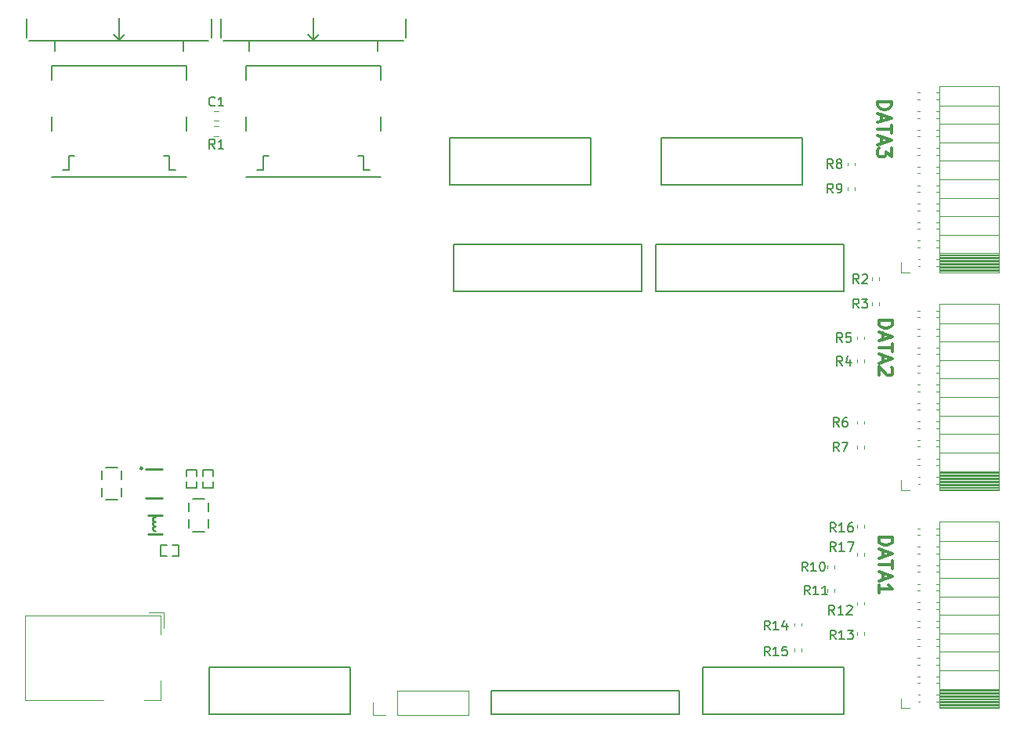
<source format=gbr>
%TF.GenerationSoftware,KiCad,Pcbnew,(6.0.6)*%
%TF.CreationDate,2022-08-23T23:43:20+09:00*%
%TF.ProjectId,ebaz_sdr,6562617a-5f73-4647-922e-6b696361645f,rev?*%
%TF.SameCoordinates,Original*%
%TF.FileFunction,Legend,Top*%
%TF.FilePolarity,Positive*%
%FSLAX46Y46*%
G04 Gerber Fmt 4.6, Leading zero omitted, Abs format (unit mm)*
G04 Created by KiCad (PCBNEW (6.0.6)) date 2022-08-23 23:43:20*
%MOMM*%
%LPD*%
G01*
G04 APERTURE LIST*
%ADD10C,0.300000*%
%ADD11C,0.150000*%
%ADD12C,0.200000*%
%ADD13C,0.254000*%
%ADD14C,0.120000*%
G04 APERTURE END LIST*
D10*
X191726428Y-96730714D02*
X193226428Y-96730714D01*
X193226428Y-97087857D01*
X193155000Y-97302142D01*
X193012142Y-97445000D01*
X192869285Y-97516428D01*
X192583571Y-97587857D01*
X192369285Y-97587857D01*
X192083571Y-97516428D01*
X191940714Y-97445000D01*
X191797857Y-97302142D01*
X191726428Y-97087857D01*
X191726428Y-96730714D01*
X192155000Y-98159285D02*
X192155000Y-98873571D01*
X191726428Y-98016428D02*
X193226428Y-98516428D01*
X191726428Y-99016428D01*
X193226428Y-99302142D02*
X193226428Y-100159285D01*
X191726428Y-99730714D02*
X193226428Y-99730714D01*
X192155000Y-100587857D02*
X192155000Y-101302142D01*
X191726428Y-100445000D02*
X193226428Y-100945000D01*
X191726428Y-101445000D01*
X193083571Y-101873571D02*
X193155000Y-101945000D01*
X193226428Y-102087857D01*
X193226428Y-102445000D01*
X193155000Y-102587857D01*
X193083571Y-102659285D01*
X192940714Y-102730714D01*
X192797857Y-102730714D01*
X192583571Y-102659285D01*
X191726428Y-101802142D01*
X191726428Y-102730714D01*
X191599428Y-73108714D02*
X193099428Y-73108714D01*
X193099428Y-73465857D01*
X193028000Y-73680142D01*
X192885142Y-73823000D01*
X192742285Y-73894428D01*
X192456571Y-73965857D01*
X192242285Y-73965857D01*
X191956571Y-73894428D01*
X191813714Y-73823000D01*
X191670857Y-73680142D01*
X191599428Y-73465857D01*
X191599428Y-73108714D01*
X192028000Y-74537285D02*
X192028000Y-75251571D01*
X191599428Y-74394428D02*
X193099428Y-74894428D01*
X191599428Y-75394428D01*
X193099428Y-75680142D02*
X193099428Y-76537285D01*
X191599428Y-76108714D02*
X193099428Y-76108714D01*
X192028000Y-76965857D02*
X192028000Y-77680142D01*
X191599428Y-76823000D02*
X193099428Y-77323000D01*
X191599428Y-77823000D01*
X193099428Y-78180142D02*
X193099428Y-79108714D01*
X192528000Y-78608714D01*
X192528000Y-78823000D01*
X192456571Y-78965857D01*
X192385142Y-79037285D01*
X192242285Y-79108714D01*
X191885142Y-79108714D01*
X191742285Y-79037285D01*
X191670857Y-78965857D01*
X191599428Y-78823000D01*
X191599428Y-78394428D01*
X191670857Y-78251571D01*
X191742285Y-78180142D01*
X191726428Y-120225714D02*
X193226428Y-120225714D01*
X193226428Y-120582857D01*
X193155000Y-120797142D01*
X193012142Y-120940000D01*
X192869285Y-121011428D01*
X192583571Y-121082857D01*
X192369285Y-121082857D01*
X192083571Y-121011428D01*
X191940714Y-120940000D01*
X191797857Y-120797142D01*
X191726428Y-120582857D01*
X191726428Y-120225714D01*
X192155000Y-121654285D02*
X192155000Y-122368571D01*
X191726428Y-121511428D02*
X193226428Y-122011428D01*
X191726428Y-122511428D01*
X193226428Y-122797142D02*
X193226428Y-123654285D01*
X191726428Y-123225714D02*
X193226428Y-123225714D01*
X192155000Y-124082857D02*
X192155000Y-124797142D01*
X191726428Y-123940000D02*
X193226428Y-124440000D01*
X191726428Y-124940000D01*
X191726428Y-126225714D02*
X191726428Y-125368571D01*
X191726428Y-125797142D02*
X193226428Y-125797142D01*
X193012142Y-125654285D01*
X192869285Y-125511428D01*
X192797857Y-125368571D01*
D11*
%TO.C,R17*%
X187063142Y-121737380D02*
X186729809Y-121261190D01*
X186491714Y-121737380D02*
X186491714Y-120737380D01*
X186872666Y-120737380D01*
X186967904Y-120785000D01*
X187015523Y-120832619D01*
X187063142Y-120927857D01*
X187063142Y-121070714D01*
X187015523Y-121165952D01*
X186967904Y-121213571D01*
X186872666Y-121261190D01*
X186491714Y-121261190D01*
X188015523Y-121737380D02*
X187444095Y-121737380D01*
X187729809Y-121737380D02*
X187729809Y-120737380D01*
X187634571Y-120880238D01*
X187539333Y-120975476D01*
X187444095Y-121023095D01*
X188348857Y-120737380D02*
X189015523Y-120737380D01*
X188586952Y-121737380D01*
%TO.C,R12*%
X186936142Y-128595380D02*
X186602809Y-128119190D01*
X186364714Y-128595380D02*
X186364714Y-127595380D01*
X186745666Y-127595380D01*
X186840904Y-127643000D01*
X186888523Y-127690619D01*
X186936142Y-127785857D01*
X186936142Y-127928714D01*
X186888523Y-128023952D01*
X186840904Y-128071571D01*
X186745666Y-128119190D01*
X186364714Y-128119190D01*
X187888523Y-128595380D02*
X187317095Y-128595380D01*
X187602809Y-128595380D02*
X187602809Y-127595380D01*
X187507571Y-127738238D01*
X187412333Y-127833476D01*
X187317095Y-127881095D01*
X188269476Y-127690619D02*
X188317095Y-127643000D01*
X188412333Y-127595380D01*
X188650428Y-127595380D01*
X188745666Y-127643000D01*
X188793285Y-127690619D01*
X188840904Y-127785857D01*
X188840904Y-127881095D01*
X188793285Y-128023952D01*
X188221857Y-128595380D01*
X188840904Y-128595380D01*
%TO.C,R3*%
X189571333Y-95448380D02*
X189238000Y-94972190D01*
X188999904Y-95448380D02*
X188999904Y-94448380D01*
X189380857Y-94448380D01*
X189476095Y-94496000D01*
X189523714Y-94543619D01*
X189571333Y-94638857D01*
X189571333Y-94781714D01*
X189523714Y-94876952D01*
X189476095Y-94924571D01*
X189380857Y-94972190D01*
X188999904Y-94972190D01*
X189904666Y-94448380D02*
X190523714Y-94448380D01*
X190190380Y-94829333D01*
X190333238Y-94829333D01*
X190428476Y-94876952D01*
X190476095Y-94924571D01*
X190523714Y-95019809D01*
X190523714Y-95257904D01*
X190476095Y-95353142D01*
X190428476Y-95400761D01*
X190333238Y-95448380D01*
X190047523Y-95448380D01*
X189952285Y-95400761D01*
X189904666Y-95353142D01*
%TO.C,R15*%
X179951142Y-133040380D02*
X179617809Y-132564190D01*
X179379714Y-133040380D02*
X179379714Y-132040380D01*
X179760666Y-132040380D01*
X179855904Y-132088000D01*
X179903523Y-132135619D01*
X179951142Y-132230857D01*
X179951142Y-132373714D01*
X179903523Y-132468952D01*
X179855904Y-132516571D01*
X179760666Y-132564190D01*
X179379714Y-132564190D01*
X180903523Y-133040380D02*
X180332095Y-133040380D01*
X180617809Y-133040380D02*
X180617809Y-132040380D01*
X180522571Y-132183238D01*
X180427333Y-132278476D01*
X180332095Y-132326095D01*
X181808285Y-132040380D02*
X181332095Y-132040380D01*
X181284476Y-132516571D01*
X181332095Y-132468952D01*
X181427333Y-132421333D01*
X181665428Y-132421333D01*
X181760666Y-132468952D01*
X181808285Y-132516571D01*
X181855904Y-132611809D01*
X181855904Y-132849904D01*
X181808285Y-132945142D01*
X181760666Y-132992761D01*
X181665428Y-133040380D01*
X181427333Y-133040380D01*
X181332095Y-132992761D01*
X181284476Y-132945142D01*
%TO.C,R14*%
X179951142Y-130246380D02*
X179617809Y-129770190D01*
X179379714Y-130246380D02*
X179379714Y-129246380D01*
X179760666Y-129246380D01*
X179855904Y-129294000D01*
X179903523Y-129341619D01*
X179951142Y-129436857D01*
X179951142Y-129579714D01*
X179903523Y-129674952D01*
X179855904Y-129722571D01*
X179760666Y-129770190D01*
X179379714Y-129770190D01*
X180903523Y-130246380D02*
X180332095Y-130246380D01*
X180617809Y-130246380D02*
X180617809Y-129246380D01*
X180522571Y-129389238D01*
X180427333Y-129484476D01*
X180332095Y-129532095D01*
X181760666Y-129579714D02*
X181760666Y-130246380D01*
X181522571Y-129198761D02*
X181284476Y-129913047D01*
X181903523Y-129913047D01*
%TO.C,R5*%
X187793333Y-99131380D02*
X187460000Y-98655190D01*
X187221904Y-99131380D02*
X187221904Y-98131380D01*
X187602857Y-98131380D01*
X187698095Y-98179000D01*
X187745714Y-98226619D01*
X187793333Y-98321857D01*
X187793333Y-98464714D01*
X187745714Y-98559952D01*
X187698095Y-98607571D01*
X187602857Y-98655190D01*
X187221904Y-98655190D01*
X188698095Y-98131380D02*
X188221904Y-98131380D01*
X188174285Y-98607571D01*
X188221904Y-98559952D01*
X188317142Y-98512333D01*
X188555238Y-98512333D01*
X188650476Y-98559952D01*
X188698095Y-98607571D01*
X188745714Y-98702809D01*
X188745714Y-98940904D01*
X188698095Y-99036142D01*
X188650476Y-99083761D01*
X188555238Y-99131380D01*
X188317142Y-99131380D01*
X188221904Y-99083761D01*
X188174285Y-99036142D01*
%TO.C,R1*%
X119975333Y-78209380D02*
X119642000Y-77733190D01*
X119403904Y-78209380D02*
X119403904Y-77209380D01*
X119784857Y-77209380D01*
X119880095Y-77257000D01*
X119927714Y-77304619D01*
X119975333Y-77399857D01*
X119975333Y-77542714D01*
X119927714Y-77637952D01*
X119880095Y-77685571D01*
X119784857Y-77733190D01*
X119403904Y-77733190D01*
X120927714Y-78209380D02*
X120356285Y-78209380D01*
X120642000Y-78209380D02*
X120642000Y-77209380D01*
X120546761Y-77352238D01*
X120451523Y-77447476D01*
X120356285Y-77495095D01*
%TO.C,R11*%
X184269142Y-126436380D02*
X183935809Y-125960190D01*
X183697714Y-126436380D02*
X183697714Y-125436380D01*
X184078666Y-125436380D01*
X184173904Y-125484000D01*
X184221523Y-125531619D01*
X184269142Y-125626857D01*
X184269142Y-125769714D01*
X184221523Y-125864952D01*
X184173904Y-125912571D01*
X184078666Y-125960190D01*
X183697714Y-125960190D01*
X185221523Y-126436380D02*
X184650095Y-126436380D01*
X184935809Y-126436380D02*
X184935809Y-125436380D01*
X184840571Y-125579238D01*
X184745333Y-125674476D01*
X184650095Y-125722095D01*
X186173904Y-126436380D02*
X185602476Y-126436380D01*
X185888190Y-126436380D02*
X185888190Y-125436380D01*
X185792952Y-125579238D01*
X185697714Y-125674476D01*
X185602476Y-125722095D01*
%TO.C,R4*%
X187793333Y-101671380D02*
X187460000Y-101195190D01*
X187221904Y-101671380D02*
X187221904Y-100671380D01*
X187602857Y-100671380D01*
X187698095Y-100719000D01*
X187745714Y-100766619D01*
X187793333Y-100861857D01*
X187793333Y-101004714D01*
X187745714Y-101099952D01*
X187698095Y-101147571D01*
X187602857Y-101195190D01*
X187221904Y-101195190D01*
X188650476Y-101004714D02*
X188650476Y-101671380D01*
X188412380Y-100623761D02*
X188174285Y-101338047D01*
X188793333Y-101338047D01*
%TO.C,R6*%
X187412333Y-108275380D02*
X187079000Y-107799190D01*
X186840904Y-108275380D02*
X186840904Y-107275380D01*
X187221857Y-107275380D01*
X187317095Y-107323000D01*
X187364714Y-107370619D01*
X187412333Y-107465857D01*
X187412333Y-107608714D01*
X187364714Y-107703952D01*
X187317095Y-107751571D01*
X187221857Y-107799190D01*
X186840904Y-107799190D01*
X188269476Y-107275380D02*
X188079000Y-107275380D01*
X187983761Y-107323000D01*
X187936142Y-107370619D01*
X187840904Y-107513476D01*
X187793285Y-107703952D01*
X187793285Y-108084904D01*
X187840904Y-108180142D01*
X187888523Y-108227761D01*
X187983761Y-108275380D01*
X188174238Y-108275380D01*
X188269476Y-108227761D01*
X188317095Y-108180142D01*
X188364714Y-108084904D01*
X188364714Y-107846809D01*
X188317095Y-107751571D01*
X188269476Y-107703952D01*
X188174238Y-107656333D01*
X187983761Y-107656333D01*
X187888523Y-107703952D01*
X187840904Y-107751571D01*
X187793285Y-107846809D01*
%TO.C,R10*%
X184015142Y-123896380D02*
X183681809Y-123420190D01*
X183443714Y-123896380D02*
X183443714Y-122896380D01*
X183824666Y-122896380D01*
X183919904Y-122944000D01*
X183967523Y-122991619D01*
X184015142Y-123086857D01*
X184015142Y-123229714D01*
X183967523Y-123324952D01*
X183919904Y-123372571D01*
X183824666Y-123420190D01*
X183443714Y-123420190D01*
X184967523Y-123896380D02*
X184396095Y-123896380D01*
X184681809Y-123896380D02*
X184681809Y-122896380D01*
X184586571Y-123039238D01*
X184491333Y-123134476D01*
X184396095Y-123182095D01*
X185586571Y-122896380D02*
X185681809Y-122896380D01*
X185777047Y-122944000D01*
X185824666Y-122991619D01*
X185872285Y-123086857D01*
X185919904Y-123277333D01*
X185919904Y-123515428D01*
X185872285Y-123705904D01*
X185824666Y-123801142D01*
X185777047Y-123848761D01*
X185681809Y-123896380D01*
X185586571Y-123896380D01*
X185491333Y-123848761D01*
X185443714Y-123801142D01*
X185396095Y-123705904D01*
X185348476Y-123515428D01*
X185348476Y-123277333D01*
X185396095Y-123086857D01*
X185443714Y-122991619D01*
X185491333Y-122944000D01*
X185586571Y-122896380D01*
%TO.C,R9*%
X186777333Y-83002380D02*
X186444000Y-82526190D01*
X186205904Y-83002380D02*
X186205904Y-82002380D01*
X186586857Y-82002380D01*
X186682095Y-82050000D01*
X186729714Y-82097619D01*
X186777333Y-82192857D01*
X186777333Y-82335714D01*
X186729714Y-82430952D01*
X186682095Y-82478571D01*
X186586857Y-82526190D01*
X186205904Y-82526190D01*
X187253523Y-83002380D02*
X187444000Y-83002380D01*
X187539238Y-82954761D01*
X187586857Y-82907142D01*
X187682095Y-82764285D01*
X187729714Y-82573809D01*
X187729714Y-82192857D01*
X187682095Y-82097619D01*
X187634476Y-82050000D01*
X187539238Y-82002380D01*
X187348761Y-82002380D01*
X187253523Y-82050000D01*
X187205904Y-82097619D01*
X187158285Y-82192857D01*
X187158285Y-82430952D01*
X187205904Y-82526190D01*
X187253523Y-82573809D01*
X187348761Y-82621428D01*
X187539238Y-82621428D01*
X187634476Y-82573809D01*
X187682095Y-82526190D01*
X187729714Y-82430952D01*
%TO.C,R7*%
X187412333Y-110942380D02*
X187079000Y-110466190D01*
X186840904Y-110942380D02*
X186840904Y-109942380D01*
X187221857Y-109942380D01*
X187317095Y-109990000D01*
X187364714Y-110037619D01*
X187412333Y-110132857D01*
X187412333Y-110275714D01*
X187364714Y-110370952D01*
X187317095Y-110418571D01*
X187221857Y-110466190D01*
X186840904Y-110466190D01*
X187745666Y-109942380D02*
X188412333Y-109942380D01*
X187983761Y-110942380D01*
%TO.C,R16*%
X187063142Y-119656501D02*
X186729809Y-119180311D01*
X186491714Y-119656501D02*
X186491714Y-118656501D01*
X186872666Y-118656501D01*
X186967904Y-118704121D01*
X187015523Y-118751740D01*
X187063142Y-118846978D01*
X187063142Y-118989835D01*
X187015523Y-119085073D01*
X186967904Y-119132692D01*
X186872666Y-119180311D01*
X186491714Y-119180311D01*
X188015523Y-119656501D02*
X187444095Y-119656501D01*
X187729809Y-119656501D02*
X187729809Y-118656501D01*
X187634571Y-118799359D01*
X187539333Y-118894597D01*
X187444095Y-118942216D01*
X188872666Y-118656501D02*
X188682190Y-118656501D01*
X188586952Y-118704121D01*
X188539333Y-118751740D01*
X188444095Y-118894597D01*
X188396476Y-119085073D01*
X188396476Y-119466025D01*
X188444095Y-119561263D01*
X188491714Y-119608882D01*
X188586952Y-119656501D01*
X188777428Y-119656501D01*
X188872666Y-119608882D01*
X188920285Y-119561263D01*
X188967904Y-119466025D01*
X188967904Y-119227930D01*
X188920285Y-119132692D01*
X188872666Y-119085073D01*
X188777428Y-119037454D01*
X188586952Y-119037454D01*
X188491714Y-119085073D01*
X188444095Y-119132692D01*
X188396476Y-119227930D01*
%TO.C,R8*%
X186777333Y-80335380D02*
X186444000Y-79859190D01*
X186205904Y-80335380D02*
X186205904Y-79335380D01*
X186586857Y-79335380D01*
X186682095Y-79383000D01*
X186729714Y-79430619D01*
X186777333Y-79525857D01*
X186777333Y-79668714D01*
X186729714Y-79763952D01*
X186682095Y-79811571D01*
X186586857Y-79859190D01*
X186205904Y-79859190D01*
X187348761Y-79763952D02*
X187253523Y-79716333D01*
X187205904Y-79668714D01*
X187158285Y-79573476D01*
X187158285Y-79525857D01*
X187205904Y-79430619D01*
X187253523Y-79383000D01*
X187348761Y-79335380D01*
X187539238Y-79335380D01*
X187634476Y-79383000D01*
X187682095Y-79430619D01*
X187729714Y-79525857D01*
X187729714Y-79573476D01*
X187682095Y-79668714D01*
X187634476Y-79716333D01*
X187539238Y-79763952D01*
X187348761Y-79763952D01*
X187253523Y-79811571D01*
X187205904Y-79859190D01*
X187158285Y-79954428D01*
X187158285Y-80144904D01*
X187205904Y-80240142D01*
X187253523Y-80287761D01*
X187348761Y-80335380D01*
X187539238Y-80335380D01*
X187634476Y-80287761D01*
X187682095Y-80240142D01*
X187729714Y-80144904D01*
X187729714Y-79954428D01*
X187682095Y-79859190D01*
X187634476Y-79811571D01*
X187539238Y-79763952D01*
%TO.C,R13*%
X187063142Y-131262380D02*
X186729809Y-130786190D01*
X186491714Y-131262380D02*
X186491714Y-130262380D01*
X186872666Y-130262380D01*
X186967904Y-130310000D01*
X187015523Y-130357619D01*
X187063142Y-130452857D01*
X187063142Y-130595714D01*
X187015523Y-130690952D01*
X186967904Y-130738571D01*
X186872666Y-130786190D01*
X186491714Y-130786190D01*
X188015523Y-131262380D02*
X187444095Y-131262380D01*
X187729809Y-131262380D02*
X187729809Y-130262380D01*
X187634571Y-130405238D01*
X187539333Y-130500476D01*
X187444095Y-130548095D01*
X188348857Y-130262380D02*
X188967904Y-130262380D01*
X188634571Y-130643333D01*
X188777428Y-130643333D01*
X188872666Y-130690952D01*
X188920285Y-130738571D01*
X188967904Y-130833809D01*
X188967904Y-131071904D01*
X188920285Y-131167142D01*
X188872666Y-131214761D01*
X188777428Y-131262380D01*
X188491714Y-131262380D01*
X188396476Y-131214761D01*
X188348857Y-131167142D01*
%TO.C,R2*%
X189571333Y-92781380D02*
X189238000Y-92305190D01*
X188999904Y-92781380D02*
X188999904Y-91781380D01*
X189380857Y-91781380D01*
X189476095Y-91829000D01*
X189523714Y-91876619D01*
X189571333Y-91971857D01*
X189571333Y-92114714D01*
X189523714Y-92209952D01*
X189476095Y-92257571D01*
X189380857Y-92305190D01*
X188999904Y-92305190D01*
X189952285Y-91876619D02*
X189999904Y-91829000D01*
X190095142Y-91781380D01*
X190333238Y-91781380D01*
X190428476Y-91829000D01*
X190476095Y-91876619D01*
X190523714Y-91971857D01*
X190523714Y-92067095D01*
X190476095Y-92209952D01*
X189904666Y-92781380D01*
X190523714Y-92781380D01*
%TO.C,C1*%
X119975333Y-73509142D02*
X119927714Y-73556761D01*
X119784857Y-73604380D01*
X119689619Y-73604380D01*
X119546761Y-73556761D01*
X119451523Y-73461523D01*
X119403904Y-73366285D01*
X119356285Y-73175809D01*
X119356285Y-73032952D01*
X119403904Y-72842476D01*
X119451523Y-72747238D01*
X119546761Y-72652000D01*
X119689619Y-72604380D01*
X119784857Y-72604380D01*
X119927714Y-72652000D01*
X119975333Y-72699619D01*
X120927714Y-73604380D02*
X120356285Y-73604380D01*
X120642000Y-73604380D02*
X120642000Y-72604380D01*
X120546761Y-72747238D01*
X120451523Y-72842476D01*
X120356285Y-72890095D01*
D12*
%TO.C,RP3*%
X114087500Y-121089994D02*
X114087500Y-122239999D01*
X116037500Y-121089994D02*
X115362500Y-121089994D01*
X116037500Y-121089994D02*
X116037500Y-122239999D01*
X114762500Y-122239999D02*
X114087500Y-122239999D01*
X114762500Y-121089994D02*
X114087500Y-121089994D01*
X116037500Y-122239999D02*
X115362500Y-122239999D01*
D13*
%TO.C,UP1*%
X112516557Y-115975907D02*
X114316578Y-115975907D01*
X112516557Y-112875888D02*
X114316578Y-112875888D01*
X112146580Y-112774999D02*
G75*
G03*
X112146580Y-112774999I-127000J0D01*
G01*
D12*
%TO.C,RP2*%
X119828505Y-112942999D02*
X118678500Y-112942999D01*
X119828505Y-114892999D02*
X119828505Y-114217999D01*
X119828505Y-114892999D02*
X118678500Y-114892999D01*
X118678500Y-113617999D02*
X118678500Y-112942999D01*
X119828505Y-113617999D02*
X119828505Y-112942999D01*
X118678500Y-114892999D02*
X118678500Y-114217999D01*
%TO.C,RP1*%
X116900495Y-114892999D02*
X118050500Y-114892999D01*
X116900495Y-112942999D02*
X116900495Y-113617999D01*
X116900495Y-112942999D02*
X118050500Y-112942999D01*
X118050500Y-114217999D02*
X118050500Y-114892999D01*
X116900495Y-114217999D02*
X116900495Y-114892999D01*
X118050500Y-112942999D02*
X118050500Y-113617999D01*
D13*
%TO.C,LP1*%
X112751100Y-119861599D02*
X114325900Y-119861599D01*
X112751100Y-117880399D02*
X114325900Y-117880399D01*
X113538500Y-118071000D02*
G75*
G03*
X113538500Y-118571000I0J-250000D01*
G01*
X113538500Y-118570999D02*
G75*
G03*
X113538500Y-119070999I0J-250000D01*
G01*
X113538500Y-119070998D02*
G75*
G03*
X113538500Y-119570998I0J-250000D01*
G01*
D12*
%TO.C,CP2*%
X117602500Y-116085000D02*
X118872500Y-116085000D01*
X117602500Y-119625001D02*
X118872500Y-119625001D01*
X119272497Y-117405000D02*
X119272499Y-116484999D01*
X117202496Y-117404997D02*
X117202496Y-116484997D01*
X117202496Y-119225004D02*
X117202496Y-118305003D01*
X119272497Y-118304998D02*
X119272499Y-119224999D01*
%TO.C,CP1*%
X108204500Y-112654999D02*
X109474500Y-112654999D01*
X108204500Y-116195000D02*
X109474500Y-116195000D01*
X109874497Y-113974999D02*
X109874499Y-113054998D01*
X107804496Y-113974996D02*
X107804496Y-113054996D01*
X107804496Y-115795003D02*
X107804496Y-114875002D01*
X109874497Y-114874997D02*
X109874499Y-115794998D01*
D14*
%TO.C,R17*%
X190118000Y-122252121D02*
X190118000Y-121916879D01*
X189358000Y-122252121D02*
X189358000Y-121916879D01*
%TO.C,J9*%
X139703277Y-139444532D02*
X147383277Y-139444532D01*
X137103277Y-139444532D02*
X137103277Y-138114532D01*
X147383277Y-139444532D02*
X147383277Y-136784532D01*
X139703277Y-139444532D02*
X139703277Y-136784532D01*
X139703277Y-136784532D02*
X147383277Y-136784532D01*
X138433277Y-139444532D02*
X137103277Y-139444532D01*
%TO.C,R12*%
X189358000Y-127213379D02*
X189358000Y-127548621D01*
X190118000Y-127213379D02*
X190118000Y-127548621D01*
%TO.C,J7*%
X99457000Y-137858001D02*
X99457000Y-128658001D01*
X114157000Y-135758001D02*
X114157000Y-137858001D01*
X114457000Y-128358001D02*
X112857000Y-128358001D01*
X99457000Y-128658001D02*
X114157000Y-128658001D01*
X114157000Y-128658001D02*
X114157000Y-130758001D01*
X114457000Y-130058001D02*
X114457000Y-128358001D01*
X107957000Y-137858001D02*
X99457000Y-137858001D01*
X114157000Y-137858001D02*
X112357000Y-137858001D01*
D12*
%TO.C,PMODA1*%
X145368747Y-82118200D02*
X145368747Y-77038200D01*
X145368747Y-82118200D02*
X160608747Y-82118200D01*
X160608747Y-82118200D02*
X160608747Y-77038200D01*
X145368747Y-77038200D02*
X160608747Y-77038200D01*
%TO.C,J2J1*%
X166119277Y-93664532D02*
X166119277Y-88584532D01*
X145799277Y-88584532D02*
X166119277Y-88584532D01*
X145799277Y-93664532D02*
X166119277Y-93664532D01*
X145799277Y-93664532D02*
X145799277Y-88584532D01*
D14*
%TO.C,R3*%
X190958500Y-95150621D02*
X190958500Y-94815379D01*
X191718500Y-95150621D02*
X191718500Y-94815379D01*
%TO.C,R15*%
X182627000Y-132591121D02*
X182627000Y-132255879D01*
X183387000Y-132591121D02*
X183387000Y-132255879D01*
D12*
%TO.C,PMODB1*%
X168228747Y-82118200D02*
X168228747Y-77038200D01*
X183468747Y-82118200D02*
X183468747Y-77038200D01*
X168228747Y-77038200D02*
X183468747Y-77038200D01*
X168228747Y-82118200D02*
X183468747Y-82118200D01*
D14*
%TO.C,R14*%
X182627000Y-129499379D02*
X182627000Y-129834621D01*
X183387000Y-129499379D02*
X183387000Y-129834621D01*
%TO.C,J6*%
X198275000Y-123265600D02*
X197927917Y-123265600D01*
X198275000Y-137985600D02*
X197927917Y-137985600D01*
X204745000Y-137082066D02*
X198275000Y-137082066D01*
X196202083Y-123265600D02*
X195927917Y-123265600D01*
X204745000Y-137880892D02*
X198275000Y-137880892D01*
X204745000Y-138451482D02*
X198275000Y-138451482D01*
X198275000Y-127265600D02*
X197927917Y-127265600D01*
X198275000Y-133985600D02*
X197927917Y-133985600D01*
X198275000Y-131985600D02*
X197927917Y-131985600D01*
X196202083Y-121265600D02*
X195927917Y-121265600D01*
X204745000Y-136625600D02*
X198275000Y-136625600D01*
X196202083Y-119265600D02*
X195927917Y-119265600D01*
X196202083Y-119985600D02*
X195927917Y-119985600D01*
X204745000Y-122625600D02*
X198275000Y-122625600D01*
X204745000Y-138109128D02*
X198275000Y-138109128D01*
X196202083Y-127985600D02*
X195927917Y-127985600D01*
X196202083Y-131265600D02*
X195927917Y-131265600D01*
X204745000Y-138685600D02*
X204745000Y-118565600D01*
X204745000Y-137310302D02*
X198275000Y-137310302D01*
X204745000Y-138685600D02*
X198275000Y-138685600D01*
X204745000Y-137538538D02*
X198275000Y-137538538D01*
X196202083Y-129265600D02*
X195927917Y-129265600D01*
X198275000Y-121985600D02*
X197927917Y-121985600D01*
X204745000Y-137995010D02*
X198275000Y-137995010D01*
X198275000Y-121265600D02*
X197927917Y-121265600D01*
X198275000Y-135265600D02*
X197927917Y-135265600D01*
X198275000Y-135985600D02*
X197927917Y-135985600D01*
X204745000Y-136967948D02*
X198275000Y-136967948D01*
X196202083Y-133985600D02*
X195927917Y-133985600D01*
X196202083Y-133265600D02*
X195927917Y-133265600D01*
X204745000Y-118565600D02*
X198275000Y-118565600D01*
X196202083Y-127265600D02*
X195927917Y-127265600D01*
X198275000Y-131265600D02*
X197927917Y-131265600D01*
X196202083Y-135265600D02*
X195927917Y-135265600D01*
X198275000Y-125265600D02*
X197927917Y-125265600D01*
X204745000Y-137424420D02*
X198275000Y-137424420D01*
X198275000Y-125985600D02*
X197927917Y-125985600D01*
X204745000Y-130625600D02*
X198275000Y-130625600D01*
X196202083Y-121985600D02*
X195927917Y-121985600D01*
X196202083Y-125985600D02*
X195927917Y-125985600D01*
X204745000Y-126625600D02*
X198275000Y-126625600D01*
X204745000Y-137196184D02*
X198275000Y-137196184D01*
X196202083Y-125265600D02*
X195927917Y-125265600D01*
X196202083Y-131985600D02*
X195927917Y-131985600D01*
X198275000Y-129985600D02*
X197927917Y-129985600D01*
X198275000Y-119985600D02*
X197927917Y-119985600D01*
X194130000Y-138685600D02*
X194130000Y-137625600D01*
X204745000Y-137652656D02*
X198275000Y-137652656D01*
X196202083Y-137985600D02*
X196000000Y-137985600D01*
X204745000Y-120625600D02*
X198275000Y-120625600D01*
X198275000Y-138685600D02*
X198275000Y-118565600D01*
X198275000Y-127985600D02*
X197927917Y-127985600D01*
X204745000Y-137766774D02*
X198275000Y-137766774D01*
X198275000Y-119265600D02*
X197927917Y-119265600D01*
X196202083Y-123985600D02*
X195927917Y-123985600D01*
X195065000Y-138685600D02*
X194130000Y-138685600D01*
X198275000Y-133265600D02*
X197927917Y-133265600D01*
X204745000Y-132625600D02*
X198275000Y-132625600D01*
X204745000Y-136739712D02*
X198275000Y-136739712D01*
X198275000Y-129265600D02*
X197927917Y-129265600D01*
X196202083Y-135985600D02*
X195927917Y-135985600D01*
X204745000Y-138223246D02*
X198275000Y-138223246D01*
X196202083Y-137265600D02*
X196000000Y-137265600D01*
X204745000Y-128625600D02*
X198275000Y-128625600D01*
X204745000Y-136853830D02*
X198275000Y-136853830D01*
X204745000Y-138565600D02*
X198275000Y-138565600D01*
X204745000Y-134625600D02*
X198275000Y-134625600D01*
X198275000Y-123985600D02*
X197927917Y-123985600D01*
X204745000Y-138337364D02*
X198275000Y-138337364D01*
X204745000Y-124625600D02*
X198275000Y-124625600D01*
X196202083Y-129985600D02*
X195927917Y-129985600D01*
X198275000Y-137265600D02*
X197927917Y-137265600D01*
D12*
%TO.C,J8*%
X119383277Y-134304532D02*
X119383277Y-139384532D01*
X134623277Y-134304532D02*
X134623277Y-139384532D01*
X134623277Y-134304532D02*
X119383277Y-134304532D01*
X134623277Y-139384532D02*
X119383277Y-139384532D01*
D14*
%TO.C,J5*%
X198275000Y-105719800D02*
X197927917Y-105719800D01*
X198275000Y-98439800D02*
X197927917Y-98439800D01*
X196202083Y-109719800D02*
X195927917Y-109719800D01*
X196202083Y-103719800D02*
X195927917Y-103719800D01*
X196202083Y-106439800D02*
X195927917Y-106439800D01*
X196202083Y-101719800D02*
X195927917Y-101719800D01*
X196202083Y-111719800D02*
X195927917Y-111719800D01*
X196202083Y-95719800D02*
X195927917Y-95719800D01*
X204745000Y-103079800D02*
X198275000Y-103079800D01*
X196202083Y-113719800D02*
X196000000Y-113719800D01*
X198275000Y-110439800D02*
X197927917Y-110439800D01*
X204745000Y-114563328D02*
X198275000Y-114563328D01*
X195065000Y-115139800D02*
X194130000Y-115139800D01*
X196202083Y-97719800D02*
X195927917Y-97719800D01*
X196202083Y-108439800D02*
X195927917Y-108439800D01*
X198275000Y-113719800D02*
X197927917Y-113719800D01*
X204745000Y-114106856D02*
X198275000Y-114106856D01*
X196202083Y-112439800D02*
X195927917Y-112439800D01*
X204745000Y-114220974D02*
X198275000Y-114220974D01*
X196202083Y-100439800D02*
X195927917Y-100439800D01*
X198275000Y-107719800D02*
X197927917Y-107719800D01*
X204745000Y-95019800D02*
X198275000Y-95019800D01*
X196202083Y-105719800D02*
X195927917Y-105719800D01*
X196202083Y-104439800D02*
X195927917Y-104439800D01*
X204745000Y-114905682D02*
X198275000Y-114905682D01*
X198275000Y-115139800D02*
X198275000Y-95019800D01*
X204745000Y-114677446D02*
X198275000Y-114677446D01*
X204745000Y-113308030D02*
X198275000Y-113308030D01*
X198275000Y-111719800D02*
X197927917Y-111719800D01*
X204745000Y-109079800D02*
X198275000Y-109079800D01*
X196202083Y-98439800D02*
X195927917Y-98439800D01*
X198275000Y-108439800D02*
X197927917Y-108439800D01*
X194130000Y-115139800D02*
X194130000Y-114079800D01*
X198275000Y-114439800D02*
X197927917Y-114439800D01*
X198275000Y-112439800D02*
X197927917Y-112439800D01*
X196202083Y-110439800D02*
X195927917Y-110439800D01*
X198275000Y-106439800D02*
X197927917Y-106439800D01*
X196202083Y-102439800D02*
X195927917Y-102439800D01*
X204745000Y-99079800D02*
X198275000Y-99079800D01*
X198275000Y-104439800D02*
X197927917Y-104439800D01*
X204745000Y-105079800D02*
X198275000Y-105079800D01*
X198275000Y-96439800D02*
X197927917Y-96439800D01*
X198275000Y-102439800D02*
X197927917Y-102439800D01*
X196202083Y-107719800D02*
X195927917Y-107719800D01*
X204745000Y-114335092D02*
X198275000Y-114335092D01*
X204745000Y-113764502D02*
X198275000Y-113764502D01*
X204745000Y-114449210D02*
X198275000Y-114449210D01*
X198275000Y-101719800D02*
X197927917Y-101719800D01*
X204745000Y-113422148D02*
X198275000Y-113422148D01*
X196202083Y-114439800D02*
X196000000Y-114439800D01*
X204745000Y-113193912D02*
X198275000Y-113193912D01*
X204745000Y-113992738D02*
X198275000Y-113992738D01*
X204745000Y-115139800D02*
X204745000Y-95019800D01*
X204745000Y-97079800D02*
X198275000Y-97079800D01*
X198275000Y-109719800D02*
X197927917Y-109719800D01*
X204745000Y-113079800D02*
X198275000Y-113079800D01*
X204745000Y-111079800D02*
X198275000Y-111079800D01*
X204745000Y-115019800D02*
X198275000Y-115019800D01*
X196202083Y-99719800D02*
X195927917Y-99719800D01*
X198275000Y-103719800D02*
X197927917Y-103719800D01*
X198275000Y-97719800D02*
X197927917Y-97719800D01*
X204745000Y-113650384D02*
X198275000Y-113650384D01*
X204745000Y-113536266D02*
X198275000Y-113536266D01*
X204745000Y-115139800D02*
X198275000Y-115139800D01*
X198275000Y-95719800D02*
X197927917Y-95719800D01*
X204745000Y-113878620D02*
X198275000Y-113878620D01*
X196202083Y-96439800D02*
X195927917Y-96439800D01*
X198275000Y-100439800D02*
X197927917Y-100439800D01*
X204745000Y-114791564D02*
X198275000Y-114791564D01*
X204745000Y-107079800D02*
X198275000Y-107079800D01*
X204745000Y-101079800D02*
X198275000Y-101079800D01*
X198275000Y-99719800D02*
X197927917Y-99719800D01*
D12*
%TO.C,J1*%
X187963277Y-93664532D02*
X187963277Y-88584532D01*
X167643277Y-93664532D02*
X187963277Y-93664532D01*
X167643277Y-93664532D02*
X167643277Y-88584532D01*
X167643277Y-88584532D02*
X187963277Y-88584532D01*
D14*
%TO.C,R5*%
X190118000Y-98511379D02*
X190118000Y-98846621D01*
X189358000Y-98511379D02*
X189358000Y-98846621D01*
%TO.C,R1*%
X120396724Y-76849500D02*
X119887276Y-76849500D01*
X120396724Y-75804500D02*
X119887276Y-75804500D01*
%TO.C,R11*%
X186943000Y-126114121D02*
X186943000Y-125778879D01*
X186183000Y-126114121D02*
X186183000Y-125778879D01*
%TO.C,R4*%
X190118000Y-101334621D02*
X190118000Y-100999379D01*
X189358000Y-101334621D02*
X189358000Y-100999379D01*
D12*
%TO.C,HDMI2*%
X109624354Y-66467401D02*
X109624354Y-64117405D01*
X116574352Y-67667401D02*
X116574352Y-66517401D01*
X115024343Y-80527401D02*
X115024343Y-79027401D01*
X119624354Y-66167401D02*
X119624354Y-64167403D01*
X102374353Y-76267399D02*
X102374353Y-74767402D01*
X109624354Y-66467401D02*
X110224352Y-65867402D01*
X116874349Y-74767399D02*
X116874352Y-76267399D01*
X102374353Y-69217398D02*
X116824349Y-69217398D01*
X99624353Y-66217399D02*
X99624353Y-64167403D01*
X115024343Y-80527401D02*
X115724344Y-80527401D01*
X116874352Y-70767400D02*
X116874352Y-69267400D01*
X102674355Y-67667401D02*
X102674355Y-66517398D01*
X104224344Y-79027401D02*
X104824343Y-79027401D01*
X103524343Y-80527401D02*
X104224344Y-80527401D01*
X102374353Y-70767400D02*
X102374353Y-69267400D01*
X99924353Y-66517398D02*
X119324355Y-66517401D01*
X104224344Y-80527401D02*
X104224344Y-79027401D01*
X102374353Y-81267399D02*
X116874352Y-81267399D01*
X109024355Y-65867402D02*
X109624354Y-66467401D01*
X116824349Y-69217398D02*
X116874352Y-69267400D01*
X114424344Y-79027401D02*
X115024343Y-79027401D01*
D14*
%TO.C,R6*%
X190118000Y-107655379D02*
X190118000Y-107990621D01*
X189358000Y-107655379D02*
X189358000Y-107990621D01*
%TO.C,R10*%
X186183000Y-123238879D02*
X186183000Y-123574121D01*
X186943000Y-123238879D02*
X186943000Y-123574121D01*
%TO.C,R9*%
X189102000Y-82717621D02*
X189102000Y-82382379D01*
X188342000Y-82717621D02*
X188342000Y-82382379D01*
%TO.C,R7*%
X189358000Y-110657621D02*
X189358000Y-110322379D01*
X190118000Y-110657621D02*
X190118000Y-110322379D01*
%TO.C,R16*%
X189358000Y-118868879D02*
X189358000Y-119204121D01*
X190118000Y-118868879D02*
X190118000Y-119204121D01*
%TO.C,J4*%
X196202083Y-78894000D02*
X195927917Y-78894000D01*
X194130000Y-91594000D02*
X194130000Y-90534000D01*
X198275000Y-78174000D02*
X197927917Y-78174000D01*
X198275000Y-74894000D02*
X197927917Y-74894000D01*
X204745000Y-79534000D02*
X198275000Y-79534000D01*
X204745000Y-77534000D02*
X198275000Y-77534000D01*
X204745000Y-91474000D02*
X198275000Y-91474000D01*
X204745000Y-91131646D02*
X198275000Y-91131646D01*
X198275000Y-76174000D02*
X197927917Y-76174000D01*
X204745000Y-89876348D02*
X198275000Y-89876348D01*
X204745000Y-90675174D02*
X198275000Y-90675174D01*
X198275000Y-72894000D02*
X197927917Y-72894000D01*
X196202083Y-80894000D02*
X195927917Y-80894000D01*
X196202083Y-86174000D02*
X195927917Y-86174000D01*
X198275000Y-78894000D02*
X197927917Y-78894000D01*
X198275000Y-82894000D02*
X197927917Y-82894000D01*
X196202083Y-88174000D02*
X195927917Y-88174000D01*
X196202083Y-72174000D02*
X195927917Y-72174000D01*
X198275000Y-84894000D02*
X197927917Y-84894000D01*
X198275000Y-74174000D02*
X197927917Y-74174000D01*
X196202083Y-86894000D02*
X195927917Y-86894000D01*
X204745000Y-83534000D02*
X198275000Y-83534000D01*
X198275000Y-88174000D02*
X197927917Y-88174000D01*
X196202083Y-90894000D02*
X196000000Y-90894000D01*
X198275000Y-91594000D02*
X198275000Y-71474000D01*
X204745000Y-90561056D02*
X198275000Y-90561056D01*
X198275000Y-86174000D02*
X197927917Y-86174000D01*
X196202083Y-90174000D02*
X196000000Y-90174000D01*
X196202083Y-76174000D02*
X195927917Y-76174000D01*
X204745000Y-90218702D02*
X198275000Y-90218702D01*
X196202083Y-72894000D02*
X195927917Y-72894000D01*
X204745000Y-89534000D02*
X198275000Y-89534000D01*
X196202083Y-82174000D02*
X195927917Y-82174000D01*
X198275000Y-84174000D02*
X197927917Y-84174000D01*
X196202083Y-80174000D02*
X195927917Y-80174000D01*
X196202083Y-84174000D02*
X195927917Y-84174000D01*
X204745000Y-87534000D02*
X198275000Y-87534000D01*
X204745000Y-91245764D02*
X198275000Y-91245764D01*
X204745000Y-90104584D02*
X198275000Y-90104584D01*
X198275000Y-88894000D02*
X197927917Y-88894000D01*
X198275000Y-80174000D02*
X197927917Y-80174000D01*
X204745000Y-90789292D02*
X198275000Y-90789292D01*
X196202083Y-78174000D02*
X195927917Y-78174000D01*
X204745000Y-91359882D02*
X198275000Y-91359882D01*
X198275000Y-90174000D02*
X197927917Y-90174000D01*
X196202083Y-82894000D02*
X195927917Y-82894000D01*
X198275000Y-82174000D02*
X197927917Y-82174000D01*
X204745000Y-71474000D02*
X198275000Y-71474000D01*
X204745000Y-90446938D02*
X198275000Y-90446938D01*
X204745000Y-91594000D02*
X204745000Y-71474000D01*
X198275000Y-72174000D02*
X197927917Y-72174000D01*
X204745000Y-89648112D02*
X198275000Y-89648112D01*
X204745000Y-89990466D02*
X198275000Y-89990466D01*
X204745000Y-91594000D02*
X198275000Y-91594000D01*
X198275000Y-90894000D02*
X197927917Y-90894000D01*
X204745000Y-90332820D02*
X198275000Y-90332820D01*
X204745000Y-75534000D02*
X198275000Y-75534000D01*
X196202083Y-84894000D02*
X195927917Y-84894000D01*
X196202083Y-74174000D02*
X195927917Y-74174000D01*
X195065000Y-91594000D02*
X194130000Y-91594000D01*
X204745000Y-90903410D02*
X198275000Y-90903410D01*
X204745000Y-91017528D02*
X198275000Y-91017528D01*
X204745000Y-73534000D02*
X198275000Y-73534000D01*
X196202083Y-76894000D02*
X195927917Y-76894000D01*
X196202083Y-74894000D02*
X195927917Y-74894000D01*
X198275000Y-76894000D02*
X197927917Y-76894000D01*
X204745000Y-85534000D02*
X198275000Y-85534000D01*
X196202083Y-88894000D02*
X195927917Y-88894000D01*
X198275000Y-80894000D02*
X197927917Y-80894000D01*
X198275000Y-86894000D02*
X197927917Y-86894000D01*
X204745000Y-81534000D02*
X198275000Y-81534000D01*
X204745000Y-89762230D02*
X198275000Y-89762230D01*
%TO.C,R8*%
X188342000Y-79715379D02*
X188342000Y-80050621D01*
X189102000Y-79715379D02*
X189102000Y-80050621D01*
D12*
%TO.C,HDMI1*%
X137824357Y-69217398D02*
X137874360Y-69267400D01*
X130024363Y-65867402D02*
X130624362Y-66467401D01*
X125224352Y-79027401D02*
X125824351Y-79027401D01*
X136024351Y-80527401D02*
X136724352Y-80527401D01*
X135424352Y-79027401D02*
X136024351Y-79027401D01*
X124524351Y-80527401D02*
X125224352Y-80527401D01*
X123374361Y-76267399D02*
X123374361Y-74767402D01*
X123674363Y-67667401D02*
X123674363Y-66517398D01*
X123374361Y-70767400D02*
X123374361Y-69267400D01*
X137874360Y-70767400D02*
X137874360Y-69267400D01*
X120924361Y-66517398D02*
X140324363Y-66517401D01*
X123374361Y-81267399D02*
X137874360Y-81267399D01*
X125224352Y-80527401D02*
X125224352Y-79027401D01*
X130624362Y-66467401D02*
X131224360Y-65867402D01*
X140624362Y-66167401D02*
X140624362Y-64167403D01*
X137874357Y-74767399D02*
X137874360Y-76267399D01*
X136024351Y-80527401D02*
X136024351Y-79027401D01*
X137574360Y-67667401D02*
X137574360Y-66517401D01*
X130624362Y-66467401D02*
X130624362Y-64117405D01*
X120624361Y-66217399D02*
X120624361Y-64167403D01*
X123374361Y-69217398D02*
X137824357Y-69217398D01*
D14*
%TO.C,R13*%
X190118000Y-130798621D02*
X190118000Y-130463379D01*
X189358000Y-130798621D02*
X189358000Y-130463379D01*
D12*
%TO.C,J2*%
X172723277Y-134304532D02*
X172723277Y-139384532D01*
X187963277Y-134304532D02*
X172723277Y-134304532D01*
X187963277Y-139384532D02*
X172723277Y-139384532D01*
X187963277Y-134304532D02*
X187963277Y-139384532D01*
%TO.C,J3*%
X149863277Y-136844532D02*
X170183277Y-136844532D01*
X149863277Y-139384532D02*
X149863277Y-136844532D01*
X149863277Y-139384532D02*
X170183277Y-139384532D01*
X170183277Y-139384532D02*
X170183277Y-136844532D01*
D14*
%TO.C,R2*%
X191718500Y-92148379D02*
X191718500Y-92483621D01*
X190958500Y-92148379D02*
X190958500Y-92483621D01*
%TO.C,C1*%
X120396724Y-75198500D02*
X119887276Y-75198500D01*
X120396724Y-74153500D02*
X119887276Y-74153500D01*
%TD*%
M02*

</source>
